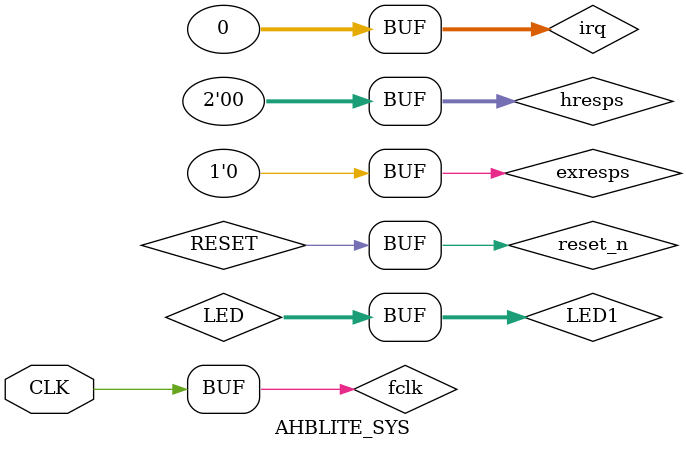
<source format=v>

module AHBLITE_SYS(
    input  wire          CLK );
               wire          RESET;             // Reset
                    wire          TDI;               // JTAG TDI----Data Input
                    wire          TCK;                // SWD Clk / JTAG TCK
                     wire          TMS;                // SWD I/O / JTAG TMS
                    wire          TDO  ; 
        // TO BOARD LEDs
        reg   [7:0] LED;
        wire [7:0]LED1 =LED;
    // Clock
    wire          fclk=CLK;                      // Free running clock
    // Reset
    wire          reset_n = RESET;
	
    // Select signals
    wire    [3:0] mux_sel;

    wire          hsel_mem;
    wire          hsel_led;
  
    // Slave read data
    wire   [31:0] hrdata_mem;
    wire   [31:0] hrdata_led;

    // Slave hready
    wire          hready_mem;
    wire          hready_led;

    // CM-DS Sideband signals
    wire          lockup;
    wire          lockup_reset_req;
    wire          sys_reset_req;
    wire          txev;
    wire          sleeping;
    wire  [31:0]  irq;

    // Interrupt signals
    assign        irq = {32'b0};
    // assign        LED[7] = lockup;
    
	  // Clock divider, divide the frequency by two, hence less time constraint 
    reg clk_div=0;
    always @(posedge CLK)
    begin
        clk_div=~clk_div;
    end
    
    vio_1 your_instance_name (
      .clk(CLK),                // input wire clk
      .probe_in0(LED),    // input wire [7 : 0] probe_in0
      .probe_out0(RESET)  // output wire [0 : 0] probe_out0
    );
    ila_1 instance_name (
        .clk(CLK), // input wire clk
    
    
        .probe0(RESET), // input wire [0:0]  probe0  
        .probe1(LED) // input wire [7:0]  probe1
    );

    // Reset synchronizer
    reg  [4:0]     reset_sync_reg;
    always @(posedge fclk or negedge reset_n)
    begin
        if (!reset_n)
            reset_sync_reg <= 5'b00000;
        else
        begin
            reset_sync_reg[3:0] <= {reset_sync_reg[2:0], 1'b1};
            reset_sync_reg[4] <= reset_sync_reg[2] & (~sys_reset_req);
        end
    end

    // CPU System Bus
    wire          hresetn = reset_sync_reg[4];
    wire   [31:0] haddrs; 
    wire    [2:0] hbursts; 
    wire          hmastlocks; 
    wire    [3:0] hprots; 
    wire    [2:0] hsizes; 
    wire    [1:0] htranss; 
    wire   [31:0] hwdatas; 
    wire          hwrites; 
    wire   [31:0] hrdatas; 
    wire          hreadys; 
    wire    [1:0] hresps = 2'b00;            // System generates no error response
    wire          exresps = 1'b0;

    // Debug signals (TDO pin is used for SWV unless JTAG mode is active)
   wire          dbg_tdo;                   // SWV / JTAG TDO
   wire          dbg_tdo_nen;               // SWV / JTAG TDO tristate enable (active low)
    wire          dbg_swdo;                  // SWD I/O 3-state output
    wire          dbg_swdo_en;               // SWD I/O 3-state enable
    wire          dbg_jtag_nsw;              // SWD in JTAG state (HIGH)
    wire          dbg_swo;                   // Serial wire viewer/output
    wire          tdo_enable     = !dbg_tdo_nen | !dbg_jtag_nsw;
    wire          tdo_tms        = dbg_jtag_nsw         ? dbg_tdo    : dbg_swo;
    assign        TMS            = dbg_swdo_en          ? dbg_swdo   : 1'bz;
    assign        TDO            = tdo_enable           ? tdo_tms    : 1'bz;

    // CoreSight requires a loopback from REQ to ACK for a minimal
    // debug power control implementation
    wire          cpu0cdbgpwrupreq;
    wire          cpu0cdbgpwrupack;
    assign        cpu0cdbgpwrupack = cpu0cdbgpwrupreq;

    // DesignStart simplified integration level
    CORTEXM0INTEGRATION u_CORTEXM0INTEGRATION (
        // CLOCK AND RESETS
       .FCLK          (fclk),               // Free running clock
       .SCLK          (fclk),               // System clock
        .HCLK          (fclk),               // AHB clock
        .DCLK          (fclk),               // Debug system clock

        
        //changed
        .PORESETn      (reset_sync_reg[2]),  // Power on reset
        .DBGRESETn     (reset_sync_reg[3]),  // Debug reset
        .HRESETn       (hresetn),            // AHB and System reset

        // AHB-LITE MASTER PORT
        .HADDR         (haddrs),
        .HBURST        (hbursts),
        .HMASTLOCK     (hmastlocks),
        .HPROT         (hprots),
        .HSIZE         (hsizes),
        .HTRANS        (htranss),
        .HWDATA        (hwdatas),
        .HWRITE        (hwrites),
        .HRDATA        (hrdatas),
        .HREADY        (hreadys),
        .HRESP         (hresps),
        .HMASTER       (),

        // CODE SEQUENTIALITY AND SPECULATION
        .CODENSEQ      (),
        .CODEHINTDE    (),
        .SPECHTRANS    (),

        // DEBUG
        .nTRST         (1'b1),
        .SWCLKTCK      (TCK),
        .SWDITMS       (TMS),
        .TDI           (TDI),
        .SWDO          (dbg_swdo),
        .SWDOEN        (dbg_swdo_en),
        .TDO           (dbg_tdo),
        .nTDOEN        (dbg_tdo_nen),
        .DBGRESTART    (1'b0),               // Debug Restart request - Not needed in a single CPU system
        .DBGRESTARTED  (),
        .EDBGRQ        (1'b0),               // External Debug request to CPU
        .HALTED        (),

        // MISC
        .NMI           (1'b0),               // Non-maskable interrupt input
        .IRQ           (irq),                // Interrupt request inputs
        .TXEV          (),                   // Event output (SEV executed)
        .RXEV          (1'b0),               // Event input
        .LOCKUP        (lockup),             // Core is locked-up
        .SYSRESETREQ   (sys_reset_req),      // System reset request
        .STCALIB       ({1'b1,               // No alternative clock source
                         1'b0,               // Exact multiple of 10ms from FCLK
                         24'h007A11F}),      // Calibration value for SysTick for 50 MHz source
        .STCLKEN       (1'b0),               // SysTick SCLK clock disable
        .IRQLATENCY    (8'h00),
        .ECOREVNUM     (28'h0),

        // POWER MANAGEMENT
        .GATEHCLK      (),                   // When high, HCLK can be turned off
        .SLEEPING      (),                   // Core and NVIC sleeping
        .SLEEPDEEP     (),                   // The processor is in deep sleep mode
        .WAKEUP        (),                   // Active HIGH signal from WIC to the PMU that indicates a wake-up event has
                                             // occurred and the system requires clocks and power
        .WICSENSE      (),
        .SLEEPHOLDREQn (1'b1),               // Extend Sleep request
        .SLEEPHOLDACKn (),                   // Acknowledge for SLEEPHOLDREQn
        .WICENREQ      (1'b0),               // Active HIGH request for deep sleep to be WIC-based deep sleep
        .WICENACK      (),                   // Acknowledge for WICENREQ - WIC operation deep sleep mode
        .CDBGPWRUPREQ  (cpu0cdbgpwrupreq),   // Debug Power Domain up request
        .CDBGPWRUPACK  (cpu0cdbgpwrupack),   // Debug Power Domain up acknowledge.

        // SCAN IO
        .SE            (1'b0),               // DFT is tied off in this example
        .RSTBYPASS     (1'b0)                // Reset bypass - active high to disable internal generated reset for testing
    );

    // Address Decoder 
    AHBDCD uAHBDCD (
      .HADDR(haddrs),
     
      .HSEL_S0(hsel_mem),
      .HSEL_S1(hsel_led),
      .HSEL_S2(),
      .HSEL_S3(),
      .HSEL_S4(),
      .HSEL_S5(),
      .HSEL_S6(),
      .HSEL_S7(),
      .HSEL_S8(),
      .HSEL_S9(),
      .HSEL_NOMAP(),
     
      .MUX_SEL(mux_sel[3:0])
    );

    // Slave to Master Mulitplexor
    AHBMUX uAHBMUX (
      .HCLK(fclk),
      .HRESETn(hresetn),
      .MUX_SEL(mux_sel[3:0]),
     
      .HRDATA_S0(hrdata_mem),
      .HRDATA_S1(hrdata_led),
      .HRDATA_S2(),
      .HRDATA_S3(),
      .HRDATA_S4(),
      .HRDATA_S5(),
      .HRDATA_S6(),
      .HRDATA_S7(),
      .HRDATA_S8(),
      .HRDATA_S9(),
      .HRDATA_NOMAP(32'hDEADBEEF),
     
      .HREADYOUT_S0(hready_mem),
      .HREADYOUT_S1(hready_led),
      .HREADYOUT_S2(),
      .HREADYOUT_S3(),
      .HREADYOUT_S4(),
      .HREADYOUT_S5(),
      .HREADYOUT_S6(1'b1),
      .HREADYOUT_S7(1'b1),
      .HREADYOUT_S8(1'b1),
      .HREADYOUT_S9(1'b1),
      .HREADYOUT_NOMAP(1'b1),
    
      .HRDATA(hrdatas),
      .HREADY(hreadys)
    );

    // AHBLite Peripherals

    // AHB-Lite RAM
    AHB2MEM uAHB2RAM (
      //AHBLITE Signals
      .HSEL(hsel_mem),
    
      .HCLK(fclk), 
      .HRESETn(hresetn), 
      .HREADY(hreadys),     
      .HADDR(haddrs),
      .HTRANS(htranss), 
      .HWRITE(hwrites),
      .HSIZE(hsizes),
      .HWDATA(hwdatas), 
      
      .HRDATA(hrdata_mem), 
      .HREADYOUT(hready_mem)
    );
    
    AHB2LED uAHB2LED (
        //AHBLITE Signals
        .HSEL(hsel_led),
        
     
        .HCLK(fclk), 
        .HRESETn(hresetn), 
        .HREADY(hreadys),     
        .HADDR(haddrs),
        .HTRANS(htranss), 
        .HWRITE(hwrites),
        .HSIZE(hsizes),
        .HWDATA(hwdatas), 
        
        .HRDATA(hrdata_led), 
        .HREADYOUT(hready_led),
        //Sideband Signals
        .LED(LED1)
    );
            
 
    
endmodule

</source>
